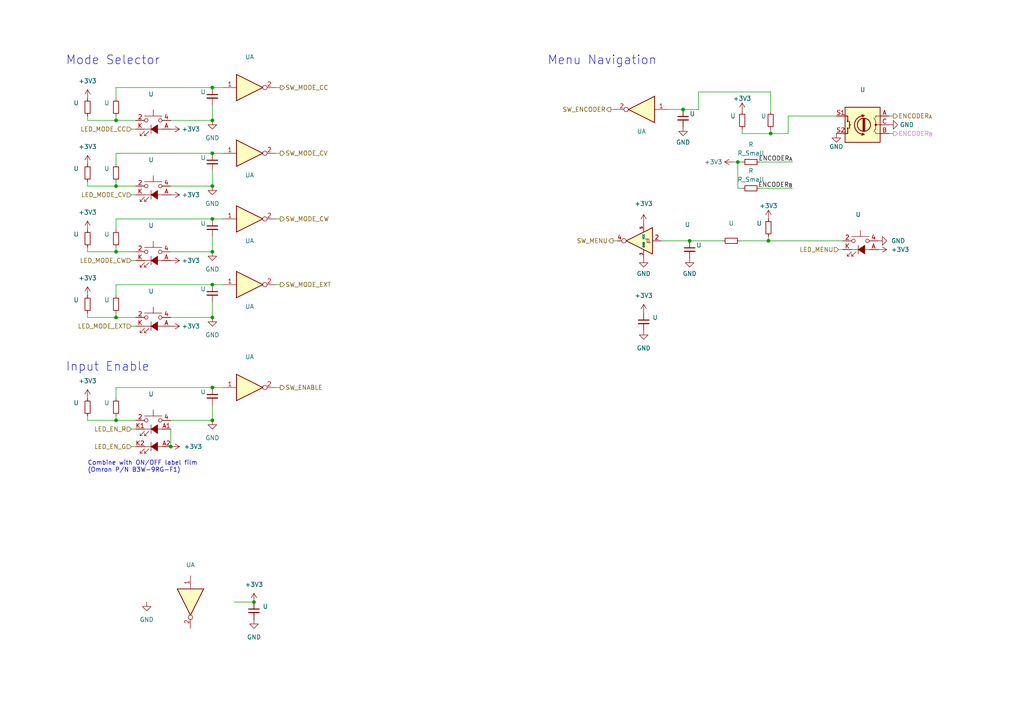
<source format=kicad_sch>
(kicad_sch (version 20220404) (generator eeschema)
  (paper "A4")
  (title_block (title "Front Panel") (date "2022-06-27") (rev "4"))
  (lib_symbols
    (symbol "74xGxx:SN74LVC1G14DBV"
      (property "Reference" "U" (at -2.54 5.08 0))
      (property "Value" "SN74LVC1G14DBV" (at 10.16 5.08 0))
      (symbol "SN74LVC1G14DBV_0_1"
        (polyline (pts (xy -1.016 0.508) (xy -0.508 0.508)))
        (polyline (pts (xy -2.54 3.81) (xy -2.54 -3.81) (xy 5.08 0) (xy -2.54 3.81)) (stroke (width 0.254)) (fill (type background)))
        (polyline (pts (xy -1.524 -0.508) (xy -1.524 0.508) (xy -1.016 0.508) (xy -1.016 -0.508) (xy -2.032 -0.508)))
        (circle (center 5.715 0) (radius 0.635))
      )
      (symbol "SN74LVC1G14DBV_1_1"
        (pin no_connect line (at 5.08 0 180) (length 2.54) hide (name "NC") (number "1"))
        (pin input line (at -5.08 0 0) (length 2.54) (name "~") (number "2"))
        (pin power_in line (at 0 -5.08 90) (length 2.54) (name "GND") (number "3"))
        (pin output line (at 7.62 0 180) (length 1.27) (name "~") (number "4"))
        (pin power_in line (at 0 5.08 270) (length 2.54) (name "VCC") (number "5"))
      )
    )
    (symbol "74xx:74LV14" (pin_names (offset 1.016))
      (property "Reference" "U" (at 0 1.27 0))
      (property "Value" "74LV14" (at 0 -1.27 0))
      (symbol "74LV14_1_0"
        (polyline (pts (xy -3.81 3.81) (xy -3.81 -3.81) (xy 3.81 0) (xy -3.81 3.81)) (stroke (width 0.254)) (fill (type background)))
        (pin input line (at -7.62 0 0) (length 3.81) (name "~") (number "1"))
        (pin output inverted (at 7.62 0 180) (length 3.81) (name "~") (number "2"))
      )
      (symbol "74LV14_2_0"
        (polyline (pts (xy -3.81 3.81) (xy -3.81 -3.81) (xy 3.81 0) (xy -3.81 3.81)) (stroke (width 0.254)) (fill (type background)))
        (pin input line (at -7.62 0 0) (length 3.81) (name "~") (number "3"))
        (pin output inverted (at 7.62 0 180) (length 3.81) (name "~") (number "4"))
      )
      (symbol "74LV14_3_0"
        (polyline (pts (xy -3.81 3.81) (xy -3.81 -3.81) (xy 3.81 0) (xy -3.81 3.81)) (stroke (width 0.254)) (fill (type background)))
        (pin input line (at -7.62 0 0) (length 3.81) (name "~") (number "5"))
        (pin output inverted (at 7.62 0 180) (length 3.81) (name "~") (number "6"))
      )
      (symbol "74LV14_4_0"
        (polyline (pts (xy -3.81 3.81) (xy -3.81 -3.81) (xy 3.81 0) (xy -3.81 3.81)) (stroke (width 0.254)) (fill (type background)))
        (pin output inverted (at 7.62 0 180) (length 3.81) (name "~") (number "8"))
        (pin input line (at -7.62 0 0) (length 3.81) (name "~") (number "9"))
      )
      (symbol "74LV14_5_0"
        (polyline (pts (xy -3.81 3.81) (xy -3.81 -3.81) (xy 3.81 0) (xy -3.81 3.81)) (stroke (width 0.254)) (fill (type background)))
        (pin output inverted (at 7.62 0 180) (length 3.81) (name "~") (number "10"))
        (pin input line (at -7.62 0 0) (length 3.81) (name "~") (number "11"))
      )
      (symbol "74LV14_6_0"
        (polyline (pts (xy -3.81 3.81) (xy -3.81 -3.81) (xy 3.81 0) (xy -3.81 3.81)) (stroke (width 0.254)) (fill (type background)))
        (pin output inverted (at 7.62 0 180) (length 3.81) (name "~") (number "12"))
        (pin input line (at -7.62 0 0) (length 3.81) (name "~") (number "13"))
      )
      (symbol "74LV14_7_0"
        (pin power_in line (at 0 12.7 270) (length 5.08) (name "3.3V") (number "14"))
        (pin power_in line (at 0 -12.7 90) (length 5.08) (name "GND") (number "7"))
      )
      (symbol "74LV14_7_1"
        (rectangle (start -5.08 7.62) (end 5.08 -7.62) (stroke (width 0.254)) (fill (type background)))
      )
    )
    (symbol "B3W-900X-X1X_1" (pin_names (offset 1.016) hide)
      (property "Reference" "SW" (at 0.635 5.715 0))
      (property "Value" "B3W-900X-X1X_1" (at 0 -3.175 0))
      (symbol "B3W-900X-X1X_1_0_0"
        (polyline (pts (xy -3.81 -1.905) (xy -2.54 -0.635)))
        (polyline (pts (xy -2.54 -1.905) (xy -1.27 -0.635)))
        (polyline (pts (xy -2.54 0) (xy 2.54 0)))
        (polyline (pts (xy -0.635 1.27) (xy -0.635 -1.27)))
        (polyline (pts (xy -3.81 -1.27) (xy -3.81 -1.905) (xy -3.175 -1.905)))
        (polyline (pts (xy -2.54 -1.27) (xy -2.54 -1.905) (xy -1.905 -1.905)))
        (polyline (pts (xy -0.635 0) (xy 1.27 1.27) (xy 1.27 -1.27) (xy -0.635 0)) (fill (type outline)))
      )
      (symbol "B3W-900X-X1X_1_0_1"
        (circle (center -2.032 2.54) (radius 0.508))
        (polyline (pts (xy 0 3.81) (xy 0 5.588)))
        (polyline (pts (xy 2.54 3.81) (xy -2.54 3.81)))
        (circle (center 2.032 2.54) (radius 0.508))
        (pin passive line (at -5.08 2.54 0) (length 2.54) hide (name "1") (number "1"))
        (pin passive line (at -5.08 2.54 0) (length 2.54) (name "2") (number "2"))
        (pin passive line (at 5.08 2.54 180) (length 2.54) hide (name "3") (number "3"))
        (pin passive line (at 5.08 2.54 180) (length 2.54) (name "4") (number "4"))
        (pin passive line (at 5.08 0 180) (length 2.54) (name "A") (number "A"))
        (pin passive line (at -5.08 0 0) (length 2.54) (name "K") (number "K"))
      )
    )
    (symbol "B3W-900X-X1X_2" (pin_names (offset 1.016) hide)
      (property "Reference" "SW" (at 0.635 5.715 0))
      (property "Value" "B3W-900X-X1X_2" (at 0 -3.175 0))
      (symbol "B3W-900X-X1X_2_0_0"
        (polyline (pts (xy -3.81 -1.905) (xy -2.54 -0.635)))
        (polyline (pts (xy -2.54 -1.905) (xy -1.27 -0.635)))
        (polyline (pts (xy -2.54 0) (xy 2.54 0)))
        (polyline (pts (xy -0.635 1.27) (xy -0.635 -1.27)))
        (polyline (pts (xy -3.81 -1.27) (xy -3.81 -1.905) (xy -3.175 -1.905)))
        (polyline (pts (xy -2.54 -1.27) (xy -2.54 -1.905) (xy -1.905 -1.905)))
        (polyline (pts (xy -0.635 0) (xy 1.27 1.27) (xy 1.27 -1.27) (xy -0.635 0)) (fill (type outline)))
      )
      (symbol "B3W-900X-X1X_2_0_1"
        (circle (center -2.032 2.54) (radius 0.508))
        (polyline (pts (xy 0 3.81) (xy 0 5.588)))
        (polyline (pts (xy 2.54 3.81) (xy -2.54 3.81)))
        (circle (center 2.032 2.54) (radius 0.508))
        (pin passive line (at -5.08 2.54 0) (length 2.54) hide (name "1") (number "1"))
        (pin passive line (at -5.08 2.54 0) (length 2.54) (name "2") (number "2"))
        (pin passive line (at 5.08 2.54 180) (length 2.54) hide (name "3") (number "3"))
        (pin passive line (at 5.08 2.54 180) (length 2.54) (name "4") (number "4"))
        (pin passive line (at 5.08 0 180) (length 2.54) (name "A") (number "A"))
        (pin passive line (at -5.08 0 0) (length 2.54) (name "K") (number "K"))
      )
    )
    (symbol "B3W-900X-X1X_3" (pin_names (offset 1.016) hide)
      (property "Reference" "SW" (at 0.635 5.715 0))
      (property "Value" "B3W-900X-X1X_3" (at 0 -3.175 0))
      (symbol "B3W-900X-X1X_3_0_0"
        (polyline (pts (xy -3.81 -1.905) (xy -2.54 -0.635)))
        (polyline (pts (xy -2.54 -1.905) (xy -1.27 -0.635)))
        (polyline (pts (xy -2.54 0) (xy 2.54 0)))
        (polyline (pts (xy -0.635 1.27) (xy -0.635 -1.27)))
        (polyline (pts (xy -3.81 -1.27) (xy -3.81 -1.905) (xy -3.175 -1.905)))
        (polyline (pts (xy -2.54 -1.27) (xy -2.54 -1.905) (xy -1.905 -1.905)))
        (polyline (pts (xy -0.635 0) (xy 1.27 1.27) (xy 1.27 -1.27) (xy -0.635 0)) (fill (type outline)))
      )
      (symbol "B3W-900X-X1X_3_0_1"
        (circle (center -2.032 2.54) (radius 0.508))
        (polyline (pts (xy 0 3.81) (xy 0 5.588)))
        (polyline (pts (xy 2.54 3.81) (xy -2.54 3.81)))
        (circle (center 2.032 2.54) (radius 0.508))
        (pin passive line (at -5.08 2.54 0) (length 2.54) hide (name "1") (number "1"))
        (pin passive line (at -5.08 2.54 0) (length 2.54) (name "2") (number "2"))
        (pin passive line (at 5.08 2.54 180) (length 2.54) hide (name "3") (number "3"))
        (pin passive line (at 5.08 2.54 180) (length 2.54) (name "4") (number "4"))
        (pin passive line (at 5.08 0 180) (length 2.54) (name "A") (number "A"))
        (pin passive line (at -5.08 0 0) (length 2.54) (name "K") (number "K"))
      )
    )
    (symbol "Device:C_Small" (pin_numbers hide) (pin_names (offset 0.254) hide)
      (property "Reference" "C" (at 0.254 1.778 0))
      (property "Value" "C_Small" (at 0.254 -2.032 0))
      (symbol "C_Small_0_1"
        (polyline (pts (xy -1.524 -0.508) (xy 1.524 -0.508)) (stroke (width 0.3302)))
        (polyline (pts (xy -1.524 0.508) (xy 1.524 0.508)) (stroke (width 0.3048)))
      )
      (symbol "C_Small_1_1"
        (pin passive line (at 0 2.54 270) (length 2.032) (name "~") (number "1"))
        (pin passive line (at 0 -2.54 90) (length 2.032) (name "~") (number "2"))
      )
    )
    (symbol "Device:R_Small" (pin_numbers hide) (pin_names (offset 0.254) hide)
      (property "Reference" "R" (at 0.762 0.508 0))
      (property "Value" "R_Small" (at 0.762 -1.016 0))
      (symbol "R_Small_0_1"
        (rectangle (start -0.762 1.778) (end 0.762 -1.778) (stroke (width 0.2032)))
      )
      (symbol "R_Small_1_1"
        (pin passive line (at 0 2.54 270) (length 0.762) (name "~") (number "1"))
        (pin passive line (at 0 -2.54 90) (length 0.762) (name "~") (number "2"))
      )
    )
    (symbol "Device:RotaryEncoder_Switch" (pin_names (offset 0.254) hide)
      (property "Reference" "SW" (at 0 6.604 0))
      (property "Value" "RotaryEncoder_Switch" (at 0 -6.604 0))
      (symbol "RotaryEncoder_Switch_0_1"
        (rectangle (start -5.08 5.08) (end 5.08 -5.08) (stroke (width 0.254)) (fill (type background)))
        (circle (center -3.81 0) (radius 0.254) (fill (type outline)))
        (arc (start -0.381 -2.794) (mid 2.3622 -0.0635) (end -0.381 2.667) (stroke (width 0.254)))
        (circle (center -0.381 0) (radius 1.905) (stroke (width 0.254)))
        (polyline (pts (xy -0.635 -1.778) (xy -0.635 1.778)) (stroke (width 0.254)))
        (polyline (pts (xy -0.381 -1.778) (xy -0.381 1.778)) (stroke (width 0.254)))
        (polyline (pts (xy -0.127 1.778) (xy -0.127 -1.778)) (stroke (width 0.254)))
        (polyline (pts (xy 3.81 0) (xy 3.429 0)) (stroke (width 0.254)))
        (polyline (pts (xy 3.81 1.016) (xy 3.81 -1.016)) (stroke (width 0.254)))
        (polyline (pts (xy -5.08 -2.54) (xy -3.81 -2.54) (xy -3.81 -2.032)))
        (polyline (pts (xy -5.08 2.54) (xy -3.81 2.54) (xy -3.81 2.032)))
        (polyline (pts (xy 0.254 -3.048) (xy -0.508 -2.794) (xy 0.127 -2.413)) (stroke (width 0.254)))
        (polyline (pts (xy 0.254 2.921) (xy -0.508 2.667) (xy 0.127 2.286)) (stroke (width 0.254)))
        (polyline (pts (xy 5.08 -2.54) (xy 4.318 -2.54) (xy 4.318 -1.016)) (stroke (width 0.254)))
        (polyline (pts (xy 5.08 2.54) (xy 4.318 2.54) (xy 4.318 1.016)) (stroke (width 0.254)))
        (polyline (pts (xy -5.08 0) (xy -3.81 0) (xy -3.81 -1.016) (xy -3.302 -2.032)))
        (polyline (pts (xy -4.318 0) (xy -3.81 0) (xy -3.81 1.016) (xy -3.302 2.032)))
        (circle (center 4.318 -1.016) (radius 0.127) (stroke (width 0.254)))
        (circle (center 4.318 1.016) (radius 0.127) (stroke (width 0.254)))
      )
      (symbol "RotaryEncoder_Switch_1_1"
        (pin passive line (at -7.62 2.54 0) (length 2.54) (name "A") (number "A"))
        (pin passive line (at -7.62 -2.54 0) (length 2.54) (name "B") (number "B"))
        (pin passive line (at -7.62 0 0) (length 2.54) (name "C") (number "C"))
        (pin passive line (at 7.62 2.54 180) (length 2.54) (name "S1") (number "S1"))
        (pin passive line (at 7.62 -2.54 180) (length 2.54) (name "S2") (number "S2"))
      )
    )
    (symbol "power:+3V3" (power) (pin_names (offset 0))
      (property "Value" "+3V3" (at 0 3.556 0))
      (symbol "+3V3_0_1"
        (polyline (pts (xy -0.762 1.27) (xy 0 2.54)))
        (polyline (pts (xy 0 0) (xy 0 2.54)))
        (polyline (pts (xy 0 2.54) (xy 0.762 1.27)))
      )
      (symbol "+3V3_1_1"
        (pin power_in line (at 0 0 90) (length 0) hide (name "+3V3") (number "1"))
      )
    )
    (symbol "power:GND" (power) (pin_names (offset 0))
      (property "Value" "GND" (at 0 -3.81 0))
      (symbol "GND_0_1"
        (polyline (pts (xy 0 0) (xy 0 -1.27) (xy 1.27 -1.27) (xy 0 -2.54) (xy -1.27 -1.27) (xy 0 -1.27)))
      )
      (symbol "GND_1_1"
        (pin power_in line (at 0 0 270) (length 0) hide (name "GND") (number "1"))
      )
    )
    (symbol "programmable-load:B3W-900X-X1X" (pin_names (offset 1.016) hide)
      (property "Reference" "SW" (at 0.635 5.715 0))
      (property "Value" "B3W-900X-X1X" (at 0 -3.175 0))
      (symbol "B3W-900X-X1X_0_0"
        (polyline (pts (xy -3.81 -1.905) (xy -2.54 -0.635)))
        (polyline (pts (xy -2.54 -1.905) (xy -1.27 -0.635)))
        (polyline (pts (xy -2.54 0) (xy 2.54 0)))
        (polyline (pts (xy -0.635 1.27) (xy -0.635 -1.27)))
        (polyline (pts (xy -3.81 -1.27) (xy -3.81 -1.905) (xy -3.175 -1.905)))
        (polyline (pts (xy -2.54 -1.27) (xy -2.54 -1.905) (xy -1.905 -1.905)))
        (polyline (pts (xy -0.635 0) (xy 1.27 1.27) (xy 1.27 -1.27) (xy -0.635 0)) (fill (type outline)))
      )
      (symbol "B3W-900X-X1X_0_1"
        (circle (center -2.032 2.54) (radius 0.508))
        (polyline (pts (xy 0 3.81) (xy 0 5.588)))
        (polyline (pts (xy 2.54 3.81) (xy -2.54 3.81)))
        (circle (center 2.032 2.54) (radius 0.508))
        (pin passive line (at -5.08 2.54 0) (length 2.54) hide (name "1") (number "1"))
        (pin passive line (at -5.08 2.54 0) (length 2.54) (name "2") (number "2"))
        (pin passive line (at 5.08 2.54 180) (length 2.54) hide (name "3") (number "3"))
        (pin passive line (at 5.08 2.54 180) (length 2.54) (name "4") (number "4"))
        (pin passive line (at 5.08 0 180) (length 2.54) (name "A") (number "A"))
        (pin passive line (at -5.08 0 0) (length 2.54) (name "K") (number "K"))
      )
    )
    (symbol "programmable-load:B3W-900X-X2X" (pin_names (offset 1.016) hide)
      (property "Reference" "SW" (at 0.635 5.715 0))
      (property "Value" "B3W-900X-X2X" (at 0 -7.62 0))
      (symbol "B3W-900X-X2X_0_0"
        (polyline (pts (xy -3.81 -6.985) (xy -2.54 -5.715)))
        (polyline (pts (xy -3.81 -1.905) (xy -2.54 -0.635)))
        (polyline (pts (xy -2.54 -6.985) (xy -1.27 -5.715)))
        (polyline (pts (xy -2.54 -5.08) (xy 2.54 -5.08)))
        (polyline (pts (xy -2.54 -1.905) (xy -1.27 -0.635)))
        (polyline (pts (xy -2.54 0) (xy 2.54 0)))
        (polyline (pts (xy -0.635 -3.81) (xy -0.635 -6.35)))
        (polyline (pts (xy -0.635 1.27) (xy -0.635 -1.27)))
        (polyline (pts (xy -3.81 -6.35) (xy -3.81 -6.985) (xy -3.175 -6.985)))
        (polyline (pts (xy -3.81 -1.27) (xy -3.81 -1.905) (xy -3.175 -1.905)))
        (polyline (pts (xy -2.54 -6.35) (xy -2.54 -6.985) (xy -1.905 -6.985)))
        (polyline (pts (xy -2.54 -1.27) (xy -2.54 -1.905) (xy -1.905 -1.905)))
        (polyline (pts (xy -0.635 -5.08) (xy 1.27 -3.81) (xy 1.27 -6.35) (xy -0.635 -5.08)) (fill (type outline)))
        (polyline (pts (xy -0.635 0) (xy 1.27 1.27) (xy 1.27 -1.27) (xy -0.635 0)) (fill (type outline)))
      )
      (symbol "B3W-900X-X2X_0_1"
        (circle (center -2.032 2.54) (radius 0.508))
        (polyline (pts (xy 0 3.81) (xy 0 5.588)))
        (polyline (pts (xy 2.54 3.81) (xy -2.54 3.81)))
        (circle (center 2.032 2.54) (radius 0.508))
        (pin passive line (at -5.08 2.54 0) (length 2.54) hide (name "1") (number "1"))
        (pin passive line (at -5.08 2.54 0) (length 2.54) (name "2") (number "2"))
        (pin passive line (at 5.08 2.54 180) (length 2.54) hide (name "3") (number "3"))
        (pin passive line (at 5.08 2.54 180) (length 2.54) (name "4") (number "4"))
        (pin passive line (at 5.08 0 180) (length 2.54) (name "A1") (number "A1"))
        (pin passive line (at 5.08 -5.08 180) (length 2.54) (name "A2") (number "A2"))
        (pin passive line (at -5.08 0 0) (length 2.54) (name "K") (number "K1"))
        (pin passive line (at -5.08 -5.08 0) (length 2.54) (name "K") (number "K2"))
      )
    )
  )
  (junction (at 61.595 73.025))
  (junction (at 223.52 38.735))
  (junction (at 33.655 73.025))
  (junction (at 33.655 53.975))
  (junction (at 198.12 31.75))
  (junction (at 33.655 34.925))
  (junction (at 61.595 63.5))
  (junction (at 61.595 44.45))
  (junction (at 61.595 82.55))
  (junction (at 61.595 34.925))
  (junction (at 61.595 92.075))
  (junction (at 61.595 53.975))
  (junction (at 213.995 46.99))
  (junction (at 61.595 121.92))
  (junction (at 49.53 129.54))
  (junction (at 73.66 174.625))
  (junction (at 61.595 112.395))
  (junction (at 222.885 69.85))
  (junction (at 33.655 121.92))
  (junction (at 33.655 92.075))
  (junction (at 61.595 25.4))
  (junction (at 200.025 69.85))
  (wire (pts (xy 33.655 90.805) (xy 33.655 92.075)))
  (wire (pts (xy 80.01 44.45) (xy 81.28 44.45)))
  (wire (pts (xy 223.52 26.67) (xy 223.52 32.385)))
  (wire (pts (xy 33.655 33.655) (xy 33.655 34.925)))
  (wire (pts (xy 49.53 92.075) (xy 61.595 92.075)))
  (wire (pts (xy 38.1 94.615) (xy 39.37 94.615)))
  (wire (pts (xy 61.595 44.45) (xy 64.77 44.45)))
  (wire (pts (xy 33.655 121.92) (xy 39.37 121.92)))
  (wire (pts (xy 33.655 63.5) (xy 33.655 66.675)))
  (wire (pts (xy 61.595 53.975) (xy 61.595 49.53)))
  (wire (pts (xy 49.53 124.46) (xy 49.53 129.54)))
  (wire (pts (xy 49.53 34.925) (xy 61.595 34.925)))
  (wire (pts (xy 61.595 34.925) (xy 61.595 30.48)))
  (wire (pts (xy 213.995 54.61) (xy 213.995 46.99)))
  (wire (pts (xy 228.6 33.655) (xy 242.57 33.655)))
  (wire (pts (xy 61.595 82.55) (xy 64.77 82.55)))
  (wire (pts (xy 33.655 73.025) (xy 39.37 73.025)))
  (wire (pts (xy 61.595 112.395) (xy 64.77 112.395)))
  (wire (pts (xy 215.265 38.735) (xy 223.52 38.735)))
  (wire (pts (xy 220.345 54.61) (xy 229.87 54.61)))
  (wire (pts (xy 214.63 69.85) (xy 222.885 69.85)))
  (wire (pts (xy 80.01 25.4) (xy 81.28 25.4)))
  (wire (pts (xy 228.6 38.735) (xy 228.6 33.655)))
  (wire (pts (xy 80.01 82.55) (xy 81.28 82.55)))
  (wire (pts (xy 38.1 129.54) (xy 39.37 129.54)))
  (wire (pts (xy 220.345 46.99) (xy 229.87 46.99)))
  (wire (pts (xy 243.205 72.39) (xy 244.475 72.39)))
  (wire (pts (xy 61.595 73.025) (xy 61.595 68.58)))
  (wire (pts (xy 222.885 68.58) (xy 222.885 69.85)))
  (wire (pts (xy 33.655 120.65) (xy 33.655 121.92)))
  (wire (pts (xy 215.265 37.465) (xy 215.265 38.735)))
  (wire (pts (xy 193.675 31.75) (xy 198.12 31.75)))
  (wire (pts (xy 25.4 92.075) (xy 33.655 92.075)))
  (wire (pts (xy 38.1 75.565) (xy 39.37 75.565)))
  (wire (pts (xy 33.655 44.45) (xy 61.595 44.45)))
  (wire (pts (xy 177.165 31.75) (xy 178.435 31.75)))
  (wire (pts (xy 33.655 63.5) (xy 61.595 63.5)))
  (wire (pts (xy 33.655 112.395) (xy 61.595 112.395)))
  (wire (pts (xy 202.565 31.75) (xy 202.565 26.67)))
  (wire (pts (xy 49.53 121.92) (xy 61.595 121.92)))
  (wire (pts (xy 39.37 34.925) (xy 33.655 34.925)))
  (wire (pts (xy 33.655 44.45) (xy 33.655 47.625)))
  (wire (pts (xy 222.885 69.85) (xy 244.475 69.85)))
  (wire (pts (xy 33.655 52.705) (xy 33.655 53.975)))
  (wire (pts (xy 25.4 73.025) (xy 33.655 73.025)))
  (wire (pts (xy 25.4 53.975) (xy 33.655 53.975)))
  (wire (pts (xy 200.025 69.85) (xy 209.55 69.85)))
  (wire (pts (xy 191.77 69.85) (xy 200.025 69.85)))
  (wire (pts (xy 257.81 38.735) (xy 259.08 38.735)))
  (wire (pts (xy 223.52 38.735) (xy 228.6 38.735)))
  (wire (pts (xy 25.4 121.92) (xy 33.655 121.92)))
  (wire (pts (xy 39.37 53.975) (xy 33.655 53.975)))
  (wire (pts (xy 257.81 33.655) (xy 259.08 33.655)))
  (wire (pts (xy 49.53 53.975) (xy 61.595 53.975)))
  (wire (pts (xy 61.595 25.4) (xy 64.77 25.4)))
  (wire (pts (xy 223.52 37.465) (xy 223.52 38.735)))
  (wire (pts (xy 67.945 174.625) (xy 73.66 174.625)))
  (wire (pts (xy 61.595 63.5) (xy 64.77 63.5)))
  (wire (pts (xy 80.01 63.5) (xy 81.28 63.5)))
  (wire (pts (xy 25.4 33.655) (xy 25.4 34.925)))
  (wire (pts (xy 38.1 124.46) (xy 39.37 124.46)))
  (wire (pts (xy 61.595 121.92) (xy 61.595 117.475)))
  (wire (pts (xy 25.4 120.65) (xy 25.4 121.92)))
  (wire (pts (xy 80.01 112.395) (xy 81.28 112.395)))
  (wire (pts (xy 202.565 26.67) (xy 223.52 26.67)))
  (wire (pts (xy 215.265 54.61) (xy 213.995 54.61)))
  (wire (pts (xy 61.595 92.075) (xy 61.595 87.63)))
  (wire (pts (xy 33.655 71.755) (xy 33.655 73.025)))
  (wire (pts (xy 25.4 90.805) (xy 25.4 92.075)))
  (wire (pts (xy 33.655 25.4) (xy 61.595 25.4)))
  (wire (pts (xy 213.995 46.99) (xy 215.265 46.99)))
  (wire (pts (xy 212.725 46.99) (xy 213.995 46.99)))
  (wire (pts (xy 33.655 82.55) (xy 61.595 82.55)))
  (wire (pts (xy 25.4 71.755) (xy 25.4 73.025)))
  (wire (pts (xy 33.655 82.55) (xy 33.655 85.725)))
  (wire (pts (xy 38.1 56.515) (xy 39.37 56.515)))
  (wire (pts (xy 177.8 69.85) (xy 179.07 69.85)))
  (wire (pts (xy 33.655 112.395) (xy 33.655 115.57)))
  (wire (pts (xy 25.4 34.925) (xy 33.655 34.925)))
  (wire (pts (xy 33.655 92.075) (xy 39.37 92.075)))
  (wire (pts (xy 49.53 73.025) (xy 61.595 73.025)))
  (wire (pts (xy 38.1 37.465) (xy 39.37 37.465)))
  (wire (pts (xy 25.4 52.705) (xy 25.4 53.975)))
  (wire (pts (xy 33.655 25.4) (xy 33.655 28.575)))
  (wire (pts (xy 198.12 31.75) (xy 202.565 31.75)))
  (text "Menu Navigation" (at 158.75 19.05 0) (effects (font (size 2.54 2.54)) (justify left bottom)))
  (text "Input Enable" (at 19.05 107.95 0) (effects (font (size 2.54 2.54)) (justify left bottom)))
  (text "Combine with ON/OFF label film\n(Omron P/N B3W-9RG-F1)" (at 25.4 137.16 0) (effects (font (size 1.27 1.27)) (justify left bottom)))
  (text "Mode Selector" (at 19.05 19.05 0) (effects (font (size 2.54 2.54)) (justify left bottom)))
  (label "ENCODER_{A}" (at 229.87 46.99 0))
  (label "ENCODER_{B}" (at 229.87 54.61 0))
  (hierarchical_label "SW_MODE_CV" (shape output) (at 81.28 44.45 0))
  (hierarchical_label "SW_MODE_EXT" (shape output) (at 81.28 82.55 0))
  (hierarchical_label "LED_MODE_CC" (shape input) (at 38.1 37.465 180))
  (hierarchical_label "LED_MODE_EXT" (shape input) (at 38.1 94.615 180))
  (hierarchical_label "SW_MENU" (shape output) (at 177.8 69.85 180))
  (hierarchical_label "LED_MENU" (shape input) (at 243.205 72.39 180))
  (hierarchical_label "LED_MODE_CV" (shape input) (at 38.1 56.515 180))
  (hierarchical_label "SW_ENABLE" (shape output) (at 81.28 112.395 0))
  (hierarchical_label "ENCODER_{B}" (shape output) (at 259.08 38.735 0))
  (hierarchical_label "LED_MODE_CW" (shape input) (at 38.1 75.565 180))
  (hierarchical_label "SW_MODE_CC" (shape output) (at 81.28 25.4 0))
  (hierarchical_label "SW_MODE_CW" (shape output) (at 81.28 63.5 0))
  (hierarchical_label "LED_EN_G" (shape input) (at 38.1 129.54 180))
  (hierarchical_label "LED_EN_R" (shape input) (at 38.1 124.46 180))
  (hierarchical_label "ENCODER_{A}" (shape output) (at 259.08 33.655 0))
  (hierarchical_label "SW_ENCODER" (shape output) (at 177.165 31.75 180))
  (symbol (lib_id "power:+3V3") (at 25.4 115.57 0) (unit 1)
    (default_instance (reference "U") (unit 1) (value "") (footprint ""))
    (property "Reference" "U" (effects hide))
  )
  (symbol (lib_id "Device:R_Small") (at 33.655 31.115 0) (mirror x) (unit 1)
    (default_instance (reference "U") (unit 1) (value "") (footprint ""))
    (property "Reference" "U" (at 31.75 29.845 0) (effects (justify right)))
  )
  (symbol (lib_id "Device:R_Small") (at 223.52 34.925 0) (mirror x) (unit 1)
    (default_instance (reference "U") (unit 1) (value "") (footprint ""))
    (property "Reference" "U" (at 222.25 33.655 0) (effects (justify right)))
  )
  (symbol (lib_id "Device:R_Small") (at 33.655 88.265 0) (mirror x) (unit 1)
    (default_instance (reference "U") (unit 1) (value "") (footprint ""))
    (property "Reference" "U" (at 31.75 86.995 0) (effects (justify right)))
  )
  (symbol (lib_id "power:GND") (at 61.595 34.925 0) (unit 1)
    (default_instance (reference "U") (unit 1) (value "") (footprint ""))
    (property "Reference" "U" (effects hide))
  )
  (symbol (lib_id "programmable-load:B3W-900X-X1X") (at 44.45 94.615 0) (unit 1)
    (default_instance (reference "U") (unit 1) (value "") (footprint ""))
    (property "Reference" "U" (at 43.815 84.455 0))
    (property "Datasheet" "https://www.mouser.com/datasheet/2/307/en-b3w-9-11824.pdf" (effects hide))
    (property "MPN" "B3W-9002-Y1C" (effects hide))
  )
  (symbol (lib_id "74xx:74LV14") (at 186.055 31.75 0) (mirror y) (unit 1)
    (default_instance (reference "U") (unit 1) (value "") (footprint ""))
    (property "Reference" "U" (at 186.055 38.1 0))
    (property "Datasheet" "http://www.ti.com/lit/gpn/sn74LV14" (effects hide))
    (property "MPN" "74LVC14APW,118" (effects hide))
  )
  (symbol (lib_id "power:+3V3") (at 186.69 90.805 0) (unit 1)
    (default_instance (reference "U") (unit 1) (value "") (footprint ""))
    (property "Reference" "U" (effects hide))
  )
  (symbol (lib_id "Device:R_Small") (at 212.09 69.85 90) (unit 1)
    (default_instance (reference "U") (unit 1) (value "") (footprint ""))
    (property "Reference" "U" (at 212.09 64.77 90))
  )
  (symbol (lib_id "74xx:74LV14") (at 72.39 63.5 0) (unit 1)
    (default_instance (reference "U") (unit 1) (value "") (footprint ""))
    (property "Reference" "U" (at 72.39 69.85 0))
    (property "Datasheet" "http://www.ti.com/lit/gpn/sn74LV14" (effects hide))
    (property "MPN" "74LVC14APW,118" (effects hide))
  )
  (symbol (lib_id "power:+3V3") (at 49.53 37.465 270) (unit 1)
    (default_instance (reference "U") (unit 1) (value "") (footprint ""))
    (property "Reference" "U" (effects hide))
  )
  (symbol (lib_id "Device:C_Small") (at 61.595 85.09 0) (mirror y) (unit 1)
    (default_instance (reference "U") (unit 1) (value "") (footprint ""))
    (property "Reference" "U" (at 59.69 83.82 0) (effects (justify left)))
  )
  (symbol (lib_id "power:+3V3") (at 25.4 85.725 0) (unit 1)
    (default_instance (reference "U") (unit 1) (value "") (footprint ""))
    (property "Reference" "U" (effects hide))
  )
  (symbol (lib_id "74xx:74LV14") (at 72.39 112.395 0) (unit 1)
    (default_instance (reference "U") (unit 1) (value "") (footprint ""))
    (property "Reference" "U" (at 72.39 103.505 0))
    (property "Datasheet" "http://www.ti.com/lit/gpn/sn74LV14" (effects hide))
    (property "MPN" "74LVC14APW,118" (effects hide))
  )
  (symbol (lib_id "power:GND") (at 61.595 73.025 0) (unit 1)
    (default_instance (reference "U") (unit 1) (value "") (footprint ""))
    (property "Reference" "U" (effects hide))
  )
  (symbol (lib_id "Device:R_Small") (at 215.265 34.925 0) (mirror x) (unit 1)
    (default_instance (reference "U") (unit 1) (value "") (footprint ""))
    (property "Reference" "U" (at 213.36 33.655 0) (effects (justify right)))
  )
  (symbol (lib_id "power:GND") (at 257.81 36.195 90) (mirror x) (unit 1)
    (default_instance (reference "U") (unit 1) (value "") (footprint ""))
    (property "Reference" "U" (effects hide))
  )
  (symbol (lib_name "B3W-900X-X1X_1") (lib_id "programmable-load:B3W-900X-X1X") (at 44.45 37.465 0) (unit 1)
    (default_instance (reference "U") (unit 1) (value "") (footprint ""))
    (property "Reference" "U" (at 43.815 27.305 0))
    (property "Datasheet" "https://www.mouser.com/datasheet/2/307/en-b3w-9-11824.pdf" (effects hide))
    (property "MPN" "B3W-9002-Y1C" (effects hide))
  )
  (symbol (lib_id "Device:R_Small") (at 217.805 46.99 90) (unit 1)
    (default_instance (reference "R") (unit 1) (value "R_Small") (footprint ""))
    (property "Reference" "R" (at 217.805 41.91 90))
    (property "Value" "R_Small" (at 217.805 44.45 90))
  )
  (symbol (lib_id "Device:R_Small") (at 25.4 69.215 0) (mirror x) (unit 1)
    (default_instance (reference "U") (unit 1) (value "") (footprint ""))
    (property "Reference" "U" (at 22.86 67.9449 0) (effects (justify right)))
  )
  (symbol (lib_id "power:+3V3") (at 222.885 63.5 0) (unit 1)
    (default_instance (reference "U") (unit 1) (value "") (footprint ""))
    (property "Reference" "U" (effects hide))
  )
  (symbol (lib_id "74xx:74LV14") (at 55.245 174.625 270) (unit 1)
    (default_instance (reference "U") (unit 1) (value "") (footprint ""))
    (property "Reference" "U" (at 55.245 163.83 90))
    (property "Datasheet" "http://www.ti.com/lit/gpn/sn74LV14" (effects hide))
    (property "MPN" "74LVC14APW,118" (effects hide))
  )
  (symbol (lib_id "Device:R_Small") (at 33.655 50.165 0) (mirror x) (unit 1)
    (default_instance (reference "U") (unit 1) (value "") (footprint ""))
    (property "Reference" "U" (at 31.75 48.895 0) (effects (justify right)))
  )
  (symbol (lib_id "programmable-load:B3W-900X-X1X") (at 249.555 72.39 0) (unit 1)
    (default_instance (reference "U") (unit 1) (value "") (footprint ""))
    (property "Reference" "U" (at 248.92 62.23 0))
    (property "Datasheet" "https://www.mouser.com/datasheet/2/307/en-b3w-9-11824.pdf" (effects hide))
    (property "MPN" "B3W-9002-G1G" (effects hide))
  )
  (symbol (lib_id "power:+3V3") (at 25.4 47.625 0) (unit 1)
    (default_instance (reference "U") (unit 1) (value "") (footprint ""))
    (property "Reference" "U" (effects hide))
  )
  (symbol (lib_id "power:GND") (at 186.69 95.885 0) (unit 1)
    (default_instance (reference "U") (unit 1) (value "") (footprint ""))
    (property "Reference" "U" (effects hide))
  )
  (symbol (lib_id "power:+3V3") (at 49.53 56.515 270) (unit 1)
    (default_instance (reference "U") (unit 1) (value "") (footprint ""))
    (property "Reference" "U" (effects hide))
  )
  (symbol (lib_id "Device:C_Small") (at 61.595 27.94 0) (mirror y) (unit 1)
    (default_instance (reference "U") (unit 1) (value "") (footprint ""))
    (property "Reference" "U" (at 59.69 26.67 0) (effects (justify left)))
  )
  (symbol (lib_id "Device:RotaryEncoder_Switch") (at 250.19 36.195 0) (mirror y) (unit 1)
    (default_instance (reference "U") (unit 1) (value "") (footprint ""))
    (property "Reference" "U" (at 250.19 26.035 0))
    (property "MPN" "EN11-HSM1BF20" (effects hide))
  )
  (symbol (lib_id "Device:R_Small") (at 217.805 54.61 90) (unit 1)
    (default_instance (reference "R") (unit 1) (value "R_Small") (footprint ""))
    (property "Reference" "R" (at 217.805 49.53 90))
    (property "Value" "R_Small" (at 217.805 52.07 90))
  )
  (symbol (lib_id "power:GND") (at 198.12 36.83 0) (unit 1)
    (default_instance (reference "U") (unit 1) (value "") (footprint ""))
    (property "Reference" "U" (effects hide))
  )
  (symbol (lib_id "Device:R_Small") (at 33.655 69.215 0) (mirror x) (unit 1)
    (default_instance (reference "U") (unit 1) (value "") (footprint ""))
    (property "Reference" "U" (at 31.75 67.945 0) (effects (justify right)))
  )
  (symbol (lib_id "power:GND") (at 61.595 92.075 0) (unit 1)
    (default_instance (reference "U") (unit 1) (value "") (footprint ""))
    (property "Reference" "U" (effects hide))
  )
  (symbol (lib_id "power:+3V3") (at 49.53 75.565 270) (unit 1)
    (default_instance (reference "U") (unit 1) (value "") (footprint ""))
    (property "Reference" "U" (effects hide))
  )
  (symbol (lib_id "programmable-load:B3W-900X-X2X") (at 44.45 124.46 0) (unit 1)
    (default_instance (reference "U") (unit 1) (value "") (footprint ""))
    (property "Reference" "U" (at 43.815 114.3 0))
    (property "Datasheet" "https://www.mouser.com/datasheet/2/307/en-b3w-9-11824.pdf" (effects hide))
    (property "MPN" "B3W-9000-RHG2C" (effects hide))
  )
  (symbol (lib_id "74xx:74LV14") (at 72.39 82.55 0) (unit 1)
    (default_instance (reference "U") (unit 1) (value "") (footprint ""))
    (property "Reference" "U" (at 72.39 88.9 0))
    (property "Datasheet" "http://www.ti.com/lit/gpn/sn74LV14" (effects hide))
    (property "MPN" "74LVC14APW,118" (effects hide))
  )
  (symbol (lib_id "Device:R_Small") (at 33.655 118.11 0) (mirror x) (unit 1)
    (default_instance (reference "U") (unit 1) (value "") (footprint ""))
    (property "Reference" "U" (at 31.75 116.84 0) (effects (justify right)))
  )
  (symbol (lib_id "power:GND") (at 200.025 74.93 0) (unit 1)
    (default_instance (reference "U") (unit 1) (value "") (footprint ""))
    (property "Reference" "U" (effects hide))
  )
  (symbol (lib_id "Device:R_Small") (at 25.4 118.11 0) (mirror x) (unit 1)
    (default_instance (reference "U") (unit 1) (value "") (footprint ""))
    (property "Reference" "U" (at 22.86 116.8399 0) (effects (justify right)))
  )
  (symbol (lib_id "power:GND") (at 242.57 38.735 0) (mirror y) (unit 1)
    (default_instance (reference "U") (unit 1) (value "") (footprint ""))
    (property "Reference" "U" (effects hide))
  )
  (symbol (lib_id "Device:R_Small") (at 222.885 66.04 0) (mirror x) (unit 1)
    (default_instance (reference "U") (unit 1) (value "") (footprint ""))
    (property "Reference" "U" (at 220.98 64.77 0) (effects (justify right)))
  )
  (symbol (lib_id "power:+3V3") (at 215.265 32.385 0) (unit 1)
    (default_instance (reference "U") (unit 1) (value "") (footprint ""))
    (property "Reference" "U" (effects hide))
  )
  (symbol (lib_id "power:+3V3") (at 73.66 174.625 0) (unit 1)
    (default_instance (reference "U") (unit 1) (value "") (footprint ""))
    (property "Reference" "U" (effects hide))
  )
  (symbol (lib_id "Device:C_Small") (at 200.025 72.39 0) (unit 1)
    (default_instance (reference "U") (unit 1) (value "") (footprint ""))
    (property "Reference" "U" (at 201.93 71.12 0) (effects (justify left)))
  )
  (symbol (lib_id "Device:C_Small") (at 61.595 114.935 0) (mirror y) (unit 1)
    (default_instance (reference "U") (unit 1) (value "") (footprint ""))
    (property "Reference" "U" (at 59.69 113.665 0) (effects (justify left)))
  )
  (symbol (lib_id "power:+3V3") (at 49.53 94.615 270) (unit 1)
    (default_instance (reference "U") (unit 1) (value "") (footprint ""))
    (property "Reference" "U" (effects hide))
  )
  (symbol (lib_name "B3W-900X-X1X_2") (lib_id "programmable-load:B3W-900X-X1X") (at 44.45 56.515 0) (unit 1)
    (default_instance (reference "U") (unit 1) (value "") (footprint ""))
    (property "Reference" "U" (at 43.815 46.355 0))
    (property "Datasheet" "https://www.mouser.com/datasheet/2/307/en-b3w-9-11824.pdf" (effects hide))
    (property "MPN" "B3W-9002-Y1C" (effects hide))
  )
  (symbol (lib_id "Device:C_Small") (at 186.69 93.345 0) (unit 1)
    (default_instance (reference "U") (unit 1) (value "") (footprint ""))
    (property "Reference" "U" (at 189.23 92.0812 0) (effects (justify left)))
  )
  (symbol (lib_id "power:+3V3") (at 25.4 66.675 0) (unit 1)
    (default_instance (reference "U") (unit 1) (value "") (footprint ""))
    (property "Reference" "U" (effects hide))
  )
  (symbol (lib_id "Device:C_Small") (at 61.595 66.04 0) (mirror y) (unit 1)
    (default_instance (reference "U") (unit 1) (value "") (footprint ""))
    (property "Reference" "U" (at 59.69 64.77 0) (effects (justify left)))
  )
  (symbol (lib_id "Device:C_Small") (at 61.595 46.99 0) (mirror y) (unit 1)
    (default_instance (reference "U") (unit 1) (value "") (footprint ""))
    (property "Reference" "U" (at 59.69 45.72 0) (effects (justify left)))
  )
  (symbol (lib_id "74xx:74LV14") (at 72.39 44.45 0) (unit 1)
    (default_instance (reference "U") (unit 1) (value "") (footprint ""))
    (property "Reference" "U" (at 72.39 50.8 0))
    (property "Datasheet" "http://www.ti.com/lit/gpn/sn74LV14" (effects hide))
    (property "MPN" "74LVC14APW,118" (effects hide))
  )
  (symbol (lib_id "Device:C_Small") (at 73.66 177.165 0) (unit 1)
    (default_instance (reference "U") (unit 1) (value "") (footprint ""))
    (property "Reference" "U" (at 76.2 175.9012 0) (effects (justify left)))
  )
  (symbol (lib_id "74xGxx:SN74LVC1G14DBV") (at 186.69 69.85 0) (mirror y) (unit 1)
    (default_instance (reference "U") (unit 1) (value "") (footprint ""))
    (property "Reference" "U" (at 199.39 65.151 0))
    (property "Datasheet" "http://www.ti.com/lit/ds/symlink/sn74lvc1g14.pdf" (effects hide))
    (property "MPN" "74LVC1G14GV,125" (effects hide))
  )
  (symbol (lib_id "Device:R_Small") (at 25.4 31.115 0) (mirror x) (unit 1)
    (default_instance (reference "U") (unit 1) (value "") (footprint ""))
    (property "Reference" "U" (at 22.86 29.8449 0) (effects (justify right)))
  )
  (symbol (lib_name "B3W-900X-X1X_3") (lib_id "programmable-load:B3W-900X-X1X") (at 44.45 75.565 0) (unit 1)
    (default_instance (reference "U") (unit 1) (value "") (footprint ""))
    (property "Reference" "U" (at 43.815 65.405 0))
    (property "Datasheet" "https://www.mouser.com/datasheet/2/307/en-b3w-9-11824.pdf" (effects hide))
    (property "MPN" "B3W-9002-Y1C" (effects hide))
  )
  (symbol (lib_id "power:+3V3") (at 212.725 46.99 90) (unit 1)
    (default_instance (reference "#PWR") (unit 1) (value "+3V3") (footprint ""))
    (property "Reference" "#PWR" (effects hide))
    (property "Value" "+3V3" (at 209.55 46.99 90) (effects (justify left)))
  )
  (symbol (lib_id "power:GND") (at 254.635 69.85 90) (unit 1)
    (default_instance (reference "U") (unit 1) (value "") (footprint ""))
    (property "Reference" "U" (effects hide))
  )
  (symbol (lib_id "power:GND") (at 73.66 179.705 0) (unit 1)
    (default_instance (reference "U") (unit 1) (value "") (footprint ""))
    (property "Reference" "U" (effects hide))
  )
  (symbol (lib_id "power:+3V3") (at 254.635 72.39 270) (unit 1)
    (default_instance (reference "U") (unit 1) (value "") (footprint ""))
    (property "Reference" "U" (effects hide))
  )
  (symbol (lib_id "power:GND") (at 61.595 121.92 0) (unit 1)
    (default_instance (reference "U") (unit 1) (value "") (footprint ""))
    (property "Reference" "U" (effects hide))
  )
  (symbol (lib_id "power:+3V3") (at 186.69 64.77 0) (unit 1)
    (default_instance (reference "U") (unit 1) (value "") (footprint ""))
    (property "Reference" "U" (effects hide))
  )
  (symbol (lib_id "power:+3V3") (at 25.4 28.575 0) (unit 1)
    (default_instance (reference "U") (unit 1) (value "") (footprint ""))
    (property "Reference" "U" (effects hide))
  )
  (symbol (lib_id "Device:R_Small") (at 25.4 50.165 0) (mirror x) (unit 1)
    (default_instance (reference "U") (unit 1) (value "") (footprint ""))
    (property "Reference" "U" (at 22.86 48.8949 0) (effects (justify right)))
  )
  (symbol (lib_id "power:GND") (at 186.69 74.93 0) (unit 1)
    (default_instance (reference "U") (unit 1) (value "") (footprint ""))
    (property "Reference" "U" (effects hide))
  )
  (symbol (lib_id "Device:R_Small") (at 25.4 88.265 0) (mirror x) (unit 1)
    (default_instance (reference "U") (unit 1) (value "") (footprint ""))
    (property "Reference" "U" (at 22.86 86.9949 0) (effects (justify right)))
  )
  (symbol (lib_id "74xx:74LV14") (at 72.39 25.4 0) (unit 1)
    (default_instance (reference "U") (unit 1) (value "") (footprint ""))
    (property "Reference" "U" (at 72.39 16.51 0))
    (property "Datasheet" "http://www.ti.com/lit/gpn/sn74LV14" (effects hide))
    (property "MPN" "74LVC14APW,118" (effects hide))
  )
  (symbol (lib_id "power:GND") (at 42.545 174.625 0) (unit 1)
    (default_instance (reference "U") (unit 1) (value "") (footprint ""))
    (property "Reference" "U" (effects hide))
  )
  (symbol (lib_id "Device:C_Small") (at 198.12 34.29 0) (unit 1)
    (default_instance (reference "U") (unit 1) (value "") (footprint ""))
    (property "Reference" "U" (at 200.025 33.02 0) (effects (justify left)))
  )
  (symbol (lib_id "power:+3V3") (at 49.53 129.54 270) (unit 1)
    (default_instance (reference "U") (unit 1) (value "") (footprint ""))
    (property "Reference" "U" (effects hide))
  )
  (symbol (lib_id "power:GND") (at 61.595 53.975 0) (unit 1)
    (default_instance (reference "U") (unit 1) (value "") (footprint ""))
    (property "Reference" "U" (effects hide))
  )
)
</source>
